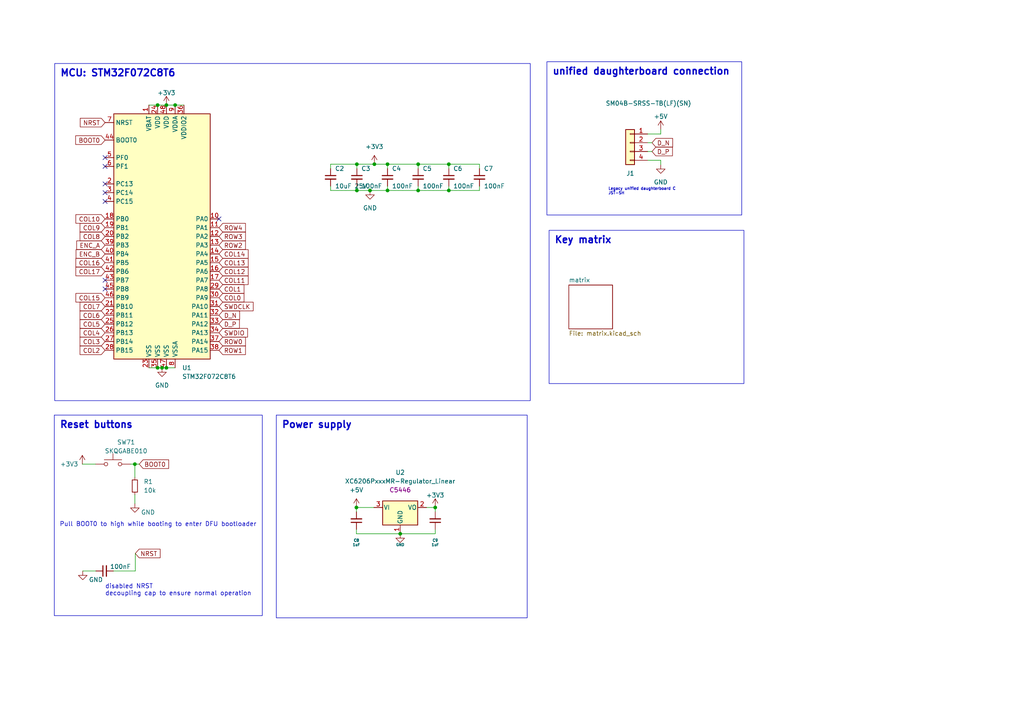
<source format=kicad_sch>
(kicad_sch (version 20230121) (generator eeschema)
  (paper "A4")
  (lib_symbols
    (symbol "+5V_1" (power) (pin_names (offset 0))
      (property "Value" "+5V_1" (at 0 3.556 0))
      (symbol "+5V_1_0_1"
        (polyline (pts (xy -0.762 1.27) (xy 0 2.54)))
        (polyline (pts (xy 0 0) (xy 0 2.54)))
        (polyline (pts (xy 0 2.54) (xy 0.762 1.27)))
      )
      (symbol "+5V_1_1_1"
        (pin power_in line (at 0 0 90) (length 0) hide (name "+5V") (number "1"))
      )
    )
    (symbol "Connector_Generic:Conn_01x04" (pin_names (offset 1.016) hide)
      (property "Reference" "J" (at 0 5.08 0))
      (property "Value" "Conn_01x04" (at 0 -7.62 0))
      (symbol "Conn_01x04_1_1"
        (rectangle (start -1.27 -4.953) (end 0 -5.207) (stroke (width 0.1524)))
        (rectangle (start -1.27 -2.413) (end 0 -2.667) (stroke (width 0.1524)))
        (rectangle (start -1.27 0.127) (end 0 -0.127) (stroke (width 0.1524)))
        (rectangle (start -1.27 2.667) (end 0 2.413) (stroke (width 0.1524)))
        (rectangle (start -1.27 3.81) (end 1.27 -6.35) (stroke (width 0.254)) (fill (type background)))
        (pin passive line (at -5.08 2.54 0) (length 3.81) (name "Pin_1") (number "1"))
        (pin passive line (at -5.08 0 0) (length 3.81) (name "Pin_2") (number "2"))
        (pin passive line (at -5.08 -2.54 0) (length 3.81) (name "Pin_3") (number "3"))
        (pin passive line (at -5.08 -5.08 0) (length 3.81) (name "Pin_4") (number "4"))
      )
    )
    (symbol "Device:C_Small" (pin_numbers hide) (pin_names (offset 0.254) hide)
      (property "Reference" "C" (at 0.254 1.778 0))
      (property "Value" "C_Small" (at 0.254 -2.032 0))
      (symbol "C_Small_0_1"
        (polyline (pts (xy -1.524 -0.508) (xy 1.524 -0.508)) (stroke (width 0.3302)))
        (polyline (pts (xy -1.524 0.508) (xy 1.524 0.508)) (stroke (width 0.3048)))
      )
      (symbol "C_Small_1_1"
        (pin passive line (at 0 2.54 270) (length 2.032) (name "~") (number "1"))
        (pin passive line (at 0 -2.54 90) (length 2.032) (name "~") (number "2"))
      )
    )
    (symbol "Device:R_Small" (pin_numbers hide) (pin_names (offset 0.254) hide)
      (property "Reference" "R" (at 0.762 0.508 0))
      (property "Value" "R_Small" (at 0.762 -1.016 0))
      (symbol "R_Small_0_1"
        (rectangle (start -0.762 1.778) (end 0.762 -1.778) (stroke (width 0.2032)))
      )
      (symbol "R_Small_1_1"
        (pin passive line (at 0 2.54 270) (length 0.762) (name "~") (number "1"))
        (pin passive line (at 0 -2.54 90) (length 0.762) (name "~") (number "2"))
      )
    )
    (symbol "MCU_ST_STM32F0:STM32F072C8Tx"
      (property "Reference" "U" (at -15.24 36.83 0))
      (property "Value" "STM32F072C8Tx" (at 7.62 36.83 0))
      (symbol "STM32F072C8Tx_0_1"
        (rectangle (start -15.24 -35.56) (end 12.7 35.56) (stroke (width 0.254)) (fill (type background)))
      )
      (symbol "STM32F072C8Tx_1_1"
        (pin power_in line (at -5.08 38.1 270) (length 2.54) (name "VBAT") (number "1"))
        (pin bidirectional line (at 15.24 5.08 180) (length 2.54) (name "PA0") (number "10"))
        (pin bidirectional line (at 15.24 2.54 180) (length 2.54) (name "PA1") (number "11"))
        (pin bidirectional line (at 15.24 0 180) (length 2.54) (name "PA2") (number "12"))
        (pin bidirectional line (at 15.24 -2.54 180) (length 2.54) (name "PA3") (number "13"))
        (pin bidirectional line (at 15.24 -5.08 180) (length 2.54) (name "PA4") (number "14"))
        (pin bidirectional line (at 15.24 -7.62 180) (length 2.54) (name "PA5") (number "15"))
        (pin bidirectional line (at 15.24 -10.16 180) (length 2.54) (name "PA6") (number "16"))
        (pin bidirectional line (at 15.24 -12.7 180) (length 2.54) (name "PA7") (number "17"))
        (pin bidirectional line (at -17.78 5.08 0) (length 2.54) (name "PB0") (number "18"))
        (pin bidirectional line (at -17.78 2.54 0) (length 2.54) (name "PB1") (number "19"))
        (pin bidirectional line (at -17.78 15.24 0) (length 2.54) (name "PC13") (number "2"))
        (pin bidirectional line (at -17.78 0 0) (length 2.54) (name "PB2") (number "20"))
        (pin bidirectional line (at -17.78 -20.32 0) (length 2.54) (name "PB10") (number "21"))
        (pin bidirectional line (at -17.78 -22.86 0) (length 2.54) (name "PB11") (number "22"))
        (pin power_in line (at -5.08 -38.1 90) (length 2.54) (name "VSS") (number "23"))
        (pin power_in line (at -2.54 38.1 270) (length 2.54) (name "VDD") (number "24"))
        (pin bidirectional line (at -17.78 -25.4 0) (length 2.54) (name "PB12") (number "25"))
        (pin bidirectional line (at -17.78 -27.94 0) (length 2.54) (name "PB13") (number "26"))
        (pin bidirectional line (at -17.78 -30.48 0) (length 2.54) (name "PB14") (number "27"))
        (pin bidirectional line (at -17.78 -33.02 0) (length 2.54) (name "PB15") (number "28"))
        (pin bidirectional line (at 15.24 -15.24 180) (length 2.54) (name "PA8") (number "29"))
        (pin bidirectional line (at -17.78 12.7 0) (length 2.54) (name "PC14") (number "3"))
        (pin bidirectional line (at 15.24 -17.78 180) (length 2.54) (name "PA9") (number "30"))
        (pin bidirectional line (at 15.24 -20.32 180) (length 2.54) (name "PA10") (number "31"))
        (pin bidirectional line (at 15.24 -22.86 180) (length 2.54) (name "PA11") (number "32"))
        (pin bidirectional line (at 15.24 -25.4 180) (length 2.54) (name "PA12") (number "33"))
        (pin bidirectional line (at 15.24 -27.94 180) (length 2.54) (name "PA13") (number "34"))
        (pin power_in line (at -2.54 -38.1 90) (length 2.54) (name "VSS") (number "35"))
        (pin power_in line (at 5.08 38.1 270) (length 2.54) (name "VDDIO2") (number "36"))
        (pin bidirectional line (at 15.24 -30.48 180) (length 2.54) (name "PA14") (number "37"))
        (pin bidirectional line (at 15.24 -33.02 180) (length 2.54) (name "PA15") (number "38"))
        (pin bidirectional line (at -17.78 -2.54 0) (length 2.54) (name "PB3") (number "39"))
        (pin bidirectional line (at -17.78 10.16 0) (length 2.54) (name "PC15") (number "4"))
        (pin bidirectional line (at -17.78 -5.08 0) (length 2.54) (name "PB4") (number "40"))
        (pin bidirectional line (at -17.78 -7.62 0) (length 2.54) (name "PB5") (number "41"))
        (pin bidirectional line (at -17.78 -10.16 0) (length 2.54) (name "PB6") (number "42"))
        (pin bidirectional line (at -17.78 -12.7 0) (length 2.54) (name "PB7") (number "43"))
        (pin input line (at -17.78 27.94 0) (length 2.54) (name "BOOT0") (number "44"))
        (pin bidirectional line (at -17.78 -15.24 0) (length 2.54) (name "PB8") (number "45"))
        (pin bidirectional line (at -17.78 -17.78 0) (length 2.54) (name "PB9") (number "46"))
        (pin power_in line (at 0 -38.1 90) (length 2.54) (name "VSS") (number "47"))
        (pin power_in line (at 0 38.1 270) (length 2.54) (name "VDD") (number "48"))
        (pin input line (at -17.78 22.86 0) (length 2.54) (name "PF0") (number "5"))
        (pin input line (at -17.78 20.32 0) (length 2.54) (name "PF1") (number "6"))
        (pin input line (at -17.78 33.02 0) (length 2.54) (name "NRST") (number "7"))
        (pin power_in line (at 2.54 -38.1 90) (length 2.54) (name "VSSA") (number "8"))
        (pin power_in line (at 2.54 38.1 270) (length 2.54) (name "VDDA") (number "9"))
      )
    )
    (symbol "Switch:SW_Push" (pin_numbers hide) (pin_names (offset 1.016) hide)
      (property "Reference" "SW" (at 1.27 2.54 0))
      (property "Value" "SW_Push" (at 0 -1.524 0))
      (symbol "SW_Push_0_1"
        (circle (center -2.032 0) (radius 0.508))
        (polyline (pts (xy 0 1.27) (xy 0 3.048)))
        (polyline (pts (xy 2.54 1.27) (xy -2.54 1.27)))
        (circle (center 2.032 0) (radius 0.508))
        (pin passive line (at -5.08 0 0) (length 2.54) (name "1") (number "1"))
        (pin passive line (at 5.08 0 180) (length 2.54) (name "2") (number "2"))
      )
    )
    (symbol "kicad-keyboard-parts:XC6206PxxxMR-Regulator_Linear" (pin_names (offset 0.254))
      (property "Reference" "U" (at -3.81 3.175 0))
      (property "Value" "XC6206PxxxMR-Regulator_Linear" (at 0 3.175 0))
      (property "LCSC" "C5446" (at 0 0 0))
      (symbol "XC6206PxxxMR-Regulator_Linear_0_1"
        (rectangle (start -5.08 1.905) (end 5.08 -5.08) (stroke (width 0.254)) (fill (type background)))
      )
      (symbol "XC6206PxxxMR-Regulator_Linear_1_1"
        (pin power_in line (at 0 -7.62 90) (length 2.54) (name "GND") (number "1"))
        (pin power_out line (at 7.62 0 180) (length 2.54) (name "VO") (number "2"))
        (pin power_in line (at -7.62 0 0) (length 2.54) (name "VI") (number "3"))
      )
    )
    (symbol "power:+3.3V" (power) (pin_names (offset 0))
      (property "Value" "+3.3V" (at 0 3.556 0))
      (symbol "+3.3V_0_1"
        (polyline (pts (xy -0.762 1.27) (xy 0 2.54)))
        (polyline (pts (xy 0 0) (xy 0 2.54)))
        (polyline (pts (xy 0 2.54) (xy 0.762 1.27)))
      )
      (symbol "+3.3V_1_1"
        (pin power_in line (at 0 0 90) (length 0) hide (name "+3V3") (number "1"))
      )
    )
    (symbol "power:+3V3" (power) (pin_names (offset 0))
      (property "Value" "+3V3" (at 0 3.556 0))
      (symbol "+3V3_0_1"
        (polyline (pts (xy -0.762 1.27) (xy 0 2.54)))
        (polyline (pts (xy 0 0) (xy 0 2.54)))
        (polyline (pts (xy 0 2.54) (xy 0.762 1.27)))
      )
      (symbol "+3V3_1_1"
        (pin power_in line (at 0 0 90) (length 0) hide (name "+3V3") (number "1"))
      )
    )
    (symbol "power:+5V" (power) (pin_names (offset 0))
      (property "Value" "+5V" (at 0 3.556 0))
      (symbol "+5V_0_1"
        (polyline (pts (xy -0.762 1.27) (xy 0 2.54)))
        (polyline (pts (xy 0 0) (xy 0 2.54)))
        (polyline (pts (xy 0 2.54) (xy 0.762 1.27)))
      )
      (symbol "+5V_1_1"
        (pin power_in line (at 0 0 90) (length 0) hide (name "+5V") (number "1"))
      )
    )
    (symbol "power:GND" (power) (pin_names (offset 0))
      (property "Value" "GND" (at 0 -3.81 0))
      (symbol "GND_0_1"
        (polyline (pts (xy 0 0) (xy 0 -1.27) (xy 1.27 -1.27) (xy 0 -2.54) (xy -1.27 -1.27) (xy 0 -1.27)))
      )
      (symbol "GND_1_1"
        (pin power_in line (at 0 0 270) (length 0) hide (name "GND") (number "1"))
      )
    )
  )
  (junction (at 48.26 30.48))
  (junction (at 50.8 30.48))
  (junction (at 130.175 55.245))
  (junction (at 45.72 106.68))
  (junction (at 130.175 47.625))
  (junction (at 112.395 47.625))
  (junction (at 103.378 147.193) (diameter 0.9144))
  (junction (at 112.395 55.245))
  (junction (at 103.505 55.245))
  (junction (at 46.99 106.68))
  (junction (at 48.26 106.68))
  (junction (at 108.585 47.625))
  (junction (at 126.238 147.193) (diameter 0.9144))
  (junction (at 116.078 154.813) (diameter 0.9144))
  (junction (at 121.285 55.245))
  (junction (at 103.505 47.625))
  (junction (at 39.116 134.62))
  (junction (at 45.72 30.48))
  (junction (at 121.285 47.625))
  (junction (at 107.315 55.245))
  (no_connect (at 30.48 58.42))
  (no_connect (at 30.48 81.28))
  (no_connect (at 30.48 55.88))
  (no_connect (at 63.5 63.5))
  (no_connect (at 30.48 83.82))
  (no_connect (at 30.48 53.34))
  (no_connect (at 30.48 45.72))
  (no_connect (at 30.48 48.26))
  (wire (pts (xy 126.238 153.543) (xy 126.238 154.813)))
  (wire (pts (xy 46.99 106.68) (xy 48.26 106.68)))
  (wire (pts (xy 189.103 41.402) (xy 187.833 41.402)))
  (wire (pts (xy 45.72 30.48) (xy 48.26 30.48)))
  (wire (pts (xy 112.395 55.245) (xy 121.285 55.245)))
  (wire (pts (xy 121.285 47.625) (xy 130.175 47.625)))
  (wire (pts (xy 139.065 53.975) (xy 139.065 55.245)))
  (wire (pts (xy 130.175 53.975) (xy 130.175 55.245)))
  (wire (pts (xy 130.175 47.625) (xy 130.175 48.895)))
  (wire (pts (xy 39.116 143.51) (xy 39.116 146.05)))
  (wire (pts (xy 23.876 134.62) (xy 27.686 134.62)))
  (wire (pts (xy 39.243 165.608) (xy 39.243 160.528)))
  (wire (pts (xy 95.885 55.245) (xy 103.505 55.245)))
  (wire (pts (xy 116.078 154.813) (xy 103.378 154.813)))
  (wire (pts (xy 116.078 154.813) (xy 126.238 154.813)))
  (wire (pts (xy 126.238 147.193) (xy 126.238 148.463)))
  (wire (pts (xy 108.585 47.625) (xy 112.395 47.625)))
  (wire (pts (xy 112.395 47.625) (xy 121.285 47.625)))
  (wire (pts (xy 121.285 55.245) (xy 130.175 55.245)))
  (wire (pts (xy 50.8 30.48) (xy 53.34 30.48)))
  (wire (pts (xy 103.378 153.543) (xy 103.378 154.813)))
  (wire (pts (xy 27.813 165.608) (xy 24.003 165.608)))
  (wire (pts (xy 103.505 47.625) (xy 103.505 48.895)))
  (wire (pts (xy 95.885 47.625) (xy 103.505 47.625)))
  (wire (pts (xy 103.505 47.625) (xy 108.585 47.625)))
  (wire (pts (xy 103.378 147.193) (xy 103.378 148.463)))
  (wire (pts (xy 191.643 46.482) (xy 187.833 46.482)))
  (wire (pts (xy 50.8 30.48) (xy 48.26 30.48)))
  (wire (pts (xy 121.285 47.625) (xy 121.285 48.895)))
  (wire (pts (xy 39.116 134.62) (xy 39.116 138.43)))
  (wire (pts (xy 112.395 55.245) (xy 112.395 53.975)))
  (wire (pts (xy 191.643 47.752) (xy 191.643 46.482)))
  (wire (pts (xy 130.175 47.625) (xy 139.065 47.625)))
  (wire (pts (xy 37.846 134.62) (xy 39.116 134.62)))
  (wire (pts (xy 103.505 55.245) (xy 107.315 55.245)))
  (wire (pts (xy 39.116 134.62) (xy 40.386 134.62)))
  (wire (pts (xy 123.698 147.193) (xy 126.238 147.193)))
  (wire (pts (xy 95.885 53.975) (xy 95.885 55.245)))
  (wire (pts (xy 121.285 55.245) (xy 121.285 53.975)))
  (wire (pts (xy 130.175 55.245) (xy 139.065 55.245)))
  (wire (pts (xy 103.505 53.975) (xy 103.505 55.245)))
  (wire (pts (xy 139.065 47.625) (xy 139.065 48.895)))
  (wire (pts (xy 191.643 37.592) (xy 191.643 38.862)))
  (wire (pts (xy 48.26 106.68) (xy 50.8 106.68)))
  (wire (pts (xy 107.315 55.245) (xy 112.395 55.245)))
  (wire (pts (xy 112.395 47.625) (xy 112.395 48.895)))
  (wire (pts (xy 45.72 106.68) (xy 46.99 106.68)))
  (wire (pts (xy 189.103 43.942) (xy 187.833 43.942)))
  (wire (pts (xy 43.18 106.68) (xy 45.72 106.68)))
  (wire (pts (xy 95.885 48.895) (xy 95.885 47.625)))
  (wire (pts (xy 43.18 30.48) (xy 45.72 30.48)))
  (wire (pts (xy 103.378 147.193) (xy 108.458 147.193)))
  (wire (pts (xy 191.643 38.862) (xy 187.833 38.862)))
  (wire (pts (xy 32.893 165.608) (xy 39.243 165.608)))
  (text_box "Reset buttons" (at 15.748 120.396 0) (size 60.325 58.166) (effects (font (size 2 2) (thickness 0.4) bold) (justify left top)))
  (text_box "Key matrix" (at 159.258 66.802 0) (size 56.515 44.45) (effects (font (size 2 2) (thickness 0.4) bold) (justify left top)))
  (text_box "unified daughterboard connection" (at 158.623 17.907 0) (size 56.515 44.45) (effects (font (size 2 2) (thickness 0.4) bold) (justify left top)))
  (text_box "MCU: STM32F072C8T6" (at 15.875 18.415 0) (size 137.922 97.79) (effects (font (size 2 2) (thickness 0.4) bold) (justify left top)))
  (text_box "Power supply" (at 80.137 120.396 0) (size 72.771 58.801) (effects (font (size 2 2) (thickness 0.4) bold) (justify left top)))
  (text "Legacy unified daughterboard C\nJST-SH" (at 176.403 56.642 0) (effects (font (size 0.8 0.8)) (justify left bottom)))
  (text "disabled NRST\ndecoupling cap to ensure normal operation" (at 30.48 172.974 0) (effects (font (size 1.27 1.27)) (justify left bottom)))
  (text "Pull BOOT0 to high while booting to enter DFU bootloader" (at 17.272 152.908 0) (effects (font (size 1.27 1.27)) (justify left bottom)))
  (global_label "ENC_A" (shape input) (at 30.48 71.12 180) (property "Intersheetrefs" "${INTERSHEET_REFS}" (effects hide)))
  (global_label "COL9" (shape input) (at 30.48 66.04 180) (property "Intersheetrefs" "${INTERSHEET_REFS}" (effects hide)))
  (global_label "ROW3" (shape input) (at 63.5 68.58 0) (property "Intersheetrefs" "${INTERSHEET_REFS}" (effects hide)))
  (global_label "COL12" (shape input) (at 63.5 78.74 0) (property "Intersheetrefs" "${INTERSHEET_REFS}" (effects hide)))
  (global_label "ROW4" (shape input) (at 63.5 66.04 0) (property "Intersheetrefs" "${INTERSHEET_REFS}" (effects hide)))
  (global_label "ROW0" (shape input) (at 63.5 99.06 0) (property "Intersheetrefs" "${INTERSHEET_REFS}" (effects hide)))
  (global_label "BOOT0" (shape input) (at 30.48 40.64 180) (property "Intersheetrefs" "${INTERSHEET_REFS}" (effects hide)))
  (global_label "COL13" (shape input) (at 63.5 76.2 0) (property "Intersheetrefs" "${INTERSHEET_REFS}" (effects hide)))
  (global_label "NRST" (shape input) (at 30.48 35.56 180) (property "Intersheetrefs" "${INTERSHEET_REFS}" (effects hide)))
  (global_label "COL6" (shape input) (at 30.48 91.44 180) (property "Intersheetrefs" "${INTERSHEET_REFS}" (effects hide)))
  (global_label "COL10" (shape input) (at 30.48 63.5 180) (property "Intersheetrefs" "${INTERSHEET_REFS}" (effects hide)))
  (global_label "SWDCLK" (shape input) (at 63.5 88.9 0) (property "Intersheetrefs" "${INTERSHEET_REFS}" (effects hide)))
  (global_label "COL5" (shape input) (at 30.48 93.98 180) (property "Intersheetrefs" "${INTERSHEET_REFS}" (effects hide)))
  (global_label "COL11" (shape input) (at 63.5 81.28 0) (property "Intersheetrefs" "${INTERSHEET_REFS}" (effects hide)))
  (global_label "COL16" (shape input) (at 30.48 76.2 180) (property "Intersheetrefs" "${INTERSHEET_REFS}" (effects hide)))
  (global_label "ENC_B" (shape input) (at 30.48 73.66 180) (property "Intersheetrefs" "${INTERSHEET_REFS}" (effects hide)))
  (global_label "COL3" (shape input) (at 30.48 99.06 180) (property "Intersheetrefs" "${INTERSHEET_REFS}" (effects hide)))
  (global_label "ROW1" (shape input) (at 63.5 101.6 0) (property "Intersheetrefs" "${INTERSHEET_REFS}" (effects hide)))
  (global_label "COL17" (shape input) (at 30.48 78.74 180) (property "Intersheetrefs" "${INTERSHEET_REFS}" (effects hide)))
  (global_label "COL4" (shape input) (at 30.48 96.52 180) (property "Intersheetrefs" "${INTERSHEET_REFS}" (effects hide)))
  (global_label "COL2" (shape input) (at 30.48 101.6 180) (property "Intersheetrefs" "${INTERSHEET_REFS}" (effects hide)))
  (global_label "COL0" (shape input) (at 63.5 86.36 0) (property "Intersheetrefs" "${INTERSHEET_REFS}" (effects hide)))
  (global_label "BOOT0" (shape input) (at 40.386 134.62 0) (property "Intersheetrefs" "${INTERSHEET_REFS}" (effects hide)))
  (global_label "D_P" (shape input) (at 189.103 43.942 0) (property "Intersheetrefs" "${INTERSHEET_REFS}" (effects hide)))
  (global_label "COL14" (shape input) (at 63.5 73.66 0) (property "Intersheetrefs" "${INTERSHEET_REFS}" (effects hide)))
  (global_label "COL1" (shape input) (at 63.5 83.82 0) (property "Intersheetrefs" "${INTERSHEET_REFS}" (effects hide)))
  (global_label "D_N" (shape input) (at 63.5 91.44 0) (property "Intersheetrefs" "${INTERSHEET_REFS}" (effects hide)))
  (global_label "D_P" (shape input) (at 63.5 93.98 0) (property "Intersheetrefs" "${INTERSHEET_REFS}" (effects hide)))
  (global_label "COL8" (shape input) (at 30.48 68.58 180) (property "Intersheetrefs" "${INTERSHEET_REFS}" (effects hide)))
  (global_label "NRST" (shape input) (at 39.243 160.528 0) (property "Intersheetrefs" "${INTERSHEET_REFS}" (effects hide)))
  (global_label "D_N" (shape input) (at 189.103 41.402 0) (property "Intersheetrefs" "${INTERSHEET_REFS}" (effects hide)))
  (global_label "ROW2" (shape input) (at 63.5 71.12 0) (property "Intersheetrefs" "${INTERSHEET_REFS}" (effects hide)))
  (global_label "COL7" (shape input) (at 30.48 88.9 180) (property "Intersheetrefs" "${INTERSHEET_REFS}" (effects hide)))
  (global_label "SWDIO" (shape input) (at 63.5 96.52 0) (property "Intersheetrefs" "${INTERSHEET_REFS}" (effects hide)))
  (global_label "COL15" (shape input) (at 30.48 86.36 180) (property "Intersheetrefs" "${INTERSHEET_REFS}" (effects hide)))
  (symbol (lib_id "power:GND") (at 107.315 55.245 0) (unit 1)
    (property "Reference" "#PWR010" (effects hide))
    (property "Value" "GND" (at 107.315 60.325 0))
  )
  (symbol (lib_id "Device:C_Small") (at 130.175 51.435 0) (unit 1)
    (property "Reference" "C6" (at 131.445 48.8949 0) (effects (justify left)))
    (property "Value" "100nF" (at 131.445 53.9749 0) (effects (justify left)))
    (property "Footprint" "Capacitor_SMD:C_0402_1005Metric" (effects hide))
    (property "LCSC" "C307331" (effects hide))
  )
  (symbol (lib_id "power:+3.3V") (at 23.876 134.62 0) (unit 1)
    (property "Reference" "#PWR04" (effects hide))
    (property "Value" "+3.3V" (at 20.066 134.62 0))
  )
  (symbol (lib_id "Device:C_Small") (at 95.885 51.435 0) (unit 1)
    (property "Reference" "C2" (at 97.155 48.8949 0) (effects (justify left)))
    (property "Value" "10uF 25V" (at 97.155 53.9749 0) (effects (justify left)))
    (property "Footprint" "Capacitor_SMD:C_0603_1608Metric" (effects hide))
  )
  (symbol (lib_id "Device:C_Small") (at 112.395 51.435 0) (unit 1)
    (property "Reference" "C4" (at 113.665 48.8949 0) (effects (justify left)))
    (property "Value" "100nF" (at 113.665 53.9749 0) (effects (justify left)))
    (property "Footprint" "Capacitor_SMD:C_0402_1005Metric" (effects hide))
    (property "LCSC" "C307331" (effects hide))
  )
  (symbol (lib_id "MCU_ST_STM32F0:STM32F072C8Tx") (at 48.26 68.58 0) (unit 1)
    (property "Reference" "U1" (at 52.8194 106.68 0) (effects (justify left)))
    (property "Value" "STM32F072C8T6" (at 52.8194 109.22 0) (effects (justify left)))
    (property "Footprint" "Package_QFP:LQFP-48_7x7mm_P0.5mm" (effects hide))
    (property "Datasheet" "http://www.st.com/st-web-ui/static/active/en/resource/technical/document/datasheet/DM00090510.pdf" (effects hide))
    (property "JLCRotOffset" "270" (effects hide))
  )
  (symbol (lib_id "power:+5V") (at 103.378 147.193 0) (unit 1)
    (property "Reference" "#PWR08" (effects hide))
    (property "Value" "+5V" (at 103.378 142.113 0))
  )
  (symbol (lib_id "Switch:SW_Push") (at 32.766 134.62 0) (unit 1)
    (property "Reference" "SW71" (at 36.576 128.27 0))
    (property "Value" "SKQGABE010" (at 36.576 130.81 0))
    (property "Footprint" "Button_Switch_SMD:SW_SPST_SKQG_WithoutStem" (effects hide))
  )
  (symbol (lib_id "Device:R_Small") (at 39.116 140.97 0) (unit 1)
    (property "Reference" "R1" (at 41.656 139.6999 0) (effects (justify left)))
    (property "Value" "10k" (at 41.656 142.2399 0) (effects (justify left)))
    (property "Footprint" "Resistor_SMD:R_0402_1005Metric" (effects hide))
  )
  (symbol (lib_id "power:+3V3") (at 108.585 47.625 0) (unit 1)
    (property "Reference" "#PWR07" (effects hide))
    (property "Value" "+3V3" (at 108.585 42.545 0))
  )
  (symbol (lib_id "Device:C_Small") (at 126.238 151.003 180) (unit 1)
    (property "Reference" "C9" (at 126.238 156.718 0) (effects (font (size 0.762 0.762))))
    (property "Value" "1uF" (at 126.238 157.988 0) (effects (font (size 0.762 0.762))))
    (property "Footprint" "Capacitor_SMD:C_0402_1005Metric" (effects hide))
    (property "LCSC" "C52923" (effects hide))
  )
  (symbol (lib_id "power:GND") (at 39.116 146.05 0) (unit 1)
    (property "Reference" "#PWR06" (effects hide))
    (property "Value" "GND" (at 42.926 148.59 0))
  )
  (symbol (lib_id "power:GND") (at 46.99 106.68 0) (unit 1)
    (property "Reference" "#PWR011" (effects hide))
    (property "Value" "GND" (at 46.99 111.76 0))
  )
  (symbol (lib_name "+5V_1") (lib_id "power:+5V") (at 191.643 37.592 0) (mirror y) (unit 1)
    (property "Reference" "#PWR02" (effects hide))
    (property "Value" "+5V" (at 191.643 33.782 0))
  )
  (symbol (lib_id "Device:C_Small") (at 121.285 51.435 0) (unit 1)
    (property "Reference" "C5" (at 122.555 48.8949 0) (effects (justify left)))
    (property "Value" "100nF" (at 122.555 53.9749 0) (effects (justify left)))
    (property "Footprint" "Capacitor_SMD:C_0402_1005Metric" (effects hide))
    (property "LCSC" "C307331" (effects hide))
  )
  (symbol (lib_id "Device:C_Small") (at 103.378 151.003 180) (unit 1)
    (property "Reference" "C8" (at 103.378 156.718 0) (effects (font (size 0.762 0.762))))
    (property "Value" "1uF" (at 103.378 157.988 0) (effects (font (size 0.762 0.762))))
    (property "Footprint" "Capacitor_SMD:C_0402_1005Metric" (effects hide))
    (property "LCSC" "C52923" (effects hide))
  )
  (symbol (lib_id "power:GND") (at 191.643 47.752 0) (mirror y) (unit 1)
    (property "Reference" "#PWR03" (effects hide))
    (property "Value" "GND" (at 191.643 52.832 0))
  )
  (symbol (lib_id "power:GND") (at 116.078 154.813 0) (unit 1)
    (property "Reference" "#PWR012" (effects hide))
    (property "Value" "GND" (at 116.078 157.988 0) (effects (font (size 0.762 0.762))))
  )
  (symbol (lib_id "Device:C_Small") (at 30.353 165.608 90) (unit 1)
    (property "Reference" "C1" (effects hide))
    (property "Value" "100nF" (at 37.973 164.338 90) (effects (justify left)))
    (property "Footprint" "Capacitor_SMD:C_0402_1005Metric" (effects hide))
    (property "LCSC" "C307331" (effects hide))
  )
  (symbol (lib_id "Connector_Generic:Conn_01x04") (at 182.753 41.402 0) (mirror y) (unit 1)
    (property "Reference" "J1" (at 184.023 50.292 0) (effects (justify left)))
    (property "Value" "SM04B-SRSS-TB(LF)(SN)" (at 200.533 29.972 0) (effects (justify left)))
    (property "Footprint" "random-keyboard-parts:JST-SR-4" (effects hide))
    (property "Datasheet" "https://unified-daughterboard.github.io/#/db-spec-c-legacy" (effects hide))
    (property "JlcPosOffset" "0, -2.6" (effects hide))
  )
  (symbol (lib_id "Device:C_Small") (at 103.505 51.435 0) (unit 1)
    (property "Reference" "C3" (at 104.775 48.8949 0) (effects (justify left)))
    (property "Value" "100nF" (at 104.775 53.9749 0) (effects (justify left)))
    (property "Footprint" "Capacitor_SMD:C_0402_1005Metric" (effects hide))
    (property "LCSC" "C307331" (effects hide))
  )
  (symbol (lib_id "power:+3.3V") (at 48.26 30.48 0) (unit 1)
    (property "Reference" "#PWR01" (effects hide))
    (property "Value" "+3.3V" (at 48.26 26.9326 0))
  )
  (symbol (lib_id "power:+3.3V") (at 126.238 147.193 0) (unit 1)
    (property "Reference" "#PWR09" (effects hide))
    (property "Value" "+3.3V" (at 126.238 143.6456 0))
  )
  (symbol (lib_id "kicad-keyboard-parts:XC6206PxxxMR-Regulator_Linear") (at 116.078 147.193 0) (unit 1)
    (property "Reference" "U2" (at 116.078 137.033 0))
    (property "Value" "XC6206PxxxMR-Regulator_Linear" (at 116.078 139.573 0))
    (property "Footprint" "Package_TO_SOT_SMD:SOT-23" (effects hide))
    (property "Datasheet" "https://www.torexsemi.com/file/xc6206/XC6206.pdf" (effects hide))
    (property "LCSC" "C5446" (at 116.078 142.113 0))
    (property "JLCRotOffset" "180" (effects hide))
  )
  (symbol (lib_id "Device:C_Small") (at 139.065 51.435 0) (unit 1)
    (property "Reference" "C7" (at 140.335 48.8949 0) (effects (justify left)))
    (property "Value" "100nF" (at 140.335 53.9749 0) (effects (justify left)))
    (property "Footprint" "Capacitor_SMD:C_0402_1005Metric" (effects hide))
    (property "LCSC" "C307331" (effects hide))
  )
  (symbol (lib_id "power:GND") (at 24.003 165.608 0) (unit 1)
    (property "Reference" "#PWR05" (effects hide))
    (property "Value" "GND" (at 27.813 168.148 0))
  )
  (sheet (at 164.973 82.677) (size 12.7 12.7) (stroke (width 0.1524))
    (property "Sheetname" "matrix" (at 164.973 81.9654 0) (effects (justify left bottom)))
    (property "Sheetfile" "matrix.kicad_sch" (at 164.973 95.9616 0) (effects (justify left top)))
  )
)
</source>
